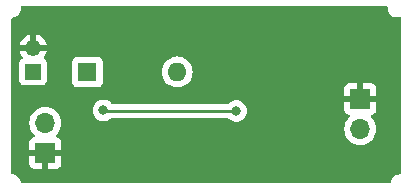
<source format=gbl>
%TF.GenerationSoftware,KiCad,Pcbnew,8.0.1*%
%TF.CreationDate,2024-04-05T16:28:00+11:00*%
%TF.ProjectId,Tiny Solar Supply,54696e79-2053-46f6-9c61-722053757070,rev?*%
%TF.SameCoordinates,Original*%
%TF.FileFunction,Copper,L2,Bot*%
%TF.FilePolarity,Positive*%
%FSLAX46Y46*%
G04 Gerber Fmt 4.6, Leading zero omitted, Abs format (unit mm)*
G04 Created by KiCad (PCBNEW 8.0.1) date 2024-04-05 16:28:00*
%MOMM*%
%LPD*%
G01*
G04 APERTURE LIST*
%TA.AperFunction,ComponentPad*%
%ADD10R,1.700000X1.700000*%
%TD*%
%TA.AperFunction,ComponentPad*%
%ADD11O,1.700000X1.700000*%
%TD*%
%TA.AperFunction,ComponentPad*%
%ADD12R,1.350000X1.350000*%
%TD*%
%TA.AperFunction,ComponentPad*%
%ADD13O,1.350000X1.350000*%
%TD*%
%TA.AperFunction,ComponentPad*%
%ADD14R,1.600000X1.600000*%
%TD*%
%TA.AperFunction,ComponentPad*%
%ADD15O,1.600000X1.600000*%
%TD*%
%TA.AperFunction,ViaPad*%
%ADD16C,0.800000*%
%TD*%
%TA.AperFunction,Conductor*%
%ADD17C,0.250000*%
%TD*%
G04 APERTURE END LIST*
D10*
%TO.P,J2,1,Pin_1*%
%TO.N,GNDD*%
X150876000Y-123952000D03*
D11*
%TO.P,J2,2,Pin_2*%
%TO.N,/BAT_P*%
X150876000Y-121412000D03*
%TD*%
D12*
%TO.P,J4,1,Pin_1*%
%TO.N,/SOLAR_P*%
X149860000Y-117062000D03*
D13*
%TO.P,J4,2,Pin_2*%
%TO.N,GNDD*%
X149860000Y-115062000D03*
%TD*%
D10*
%TO.P,J1,1,Pin_1*%
%TO.N,GNDD*%
X177546000Y-119380000D03*
D11*
%TO.P,J1,2,Pin_2*%
%TO.N,/OUT_P*%
X177546000Y-121920000D03*
%TD*%
D14*
%TO.P,J3,1,Pin_1*%
%TO.N,Net-(J3-Pin_1)*%
X154432000Y-117094000D03*
D15*
%TO.P,J3,2,Pin_2*%
%TO.N,/BAT_P*%
X162052000Y-117094000D03*
%TD*%
D16*
%TO.N,Net-(J3-Pin_1)*%
X167050000Y-120400000D03*
X155800000Y-120350000D03*
%TO.N,GNDD*%
X161650000Y-121900000D03*
X156200000Y-123150000D03*
X167300000Y-118550000D03*
X174400000Y-122850000D03*
X157500000Y-125850000D03*
%TD*%
D17*
%TO.N,Net-(J3-Pin_1)*%
X155850000Y-120400000D02*
X155800000Y-120350000D01*
X167050000Y-120400000D02*
X155850000Y-120400000D01*
%TD*%
%TA.AperFunction,Conductor*%
%TO.N,GNDD*%
G36*
X179831226Y-111519685D02*
G01*
X179876981Y-111572489D01*
X179887348Y-111638394D01*
X179882917Y-111676310D01*
X179873135Y-111759999D01*
X179892566Y-111926244D01*
X179892567Y-111926247D01*
X179949810Y-112083522D01*
X179949812Y-112083526D01*
X180041782Y-112223360D01*
X180041783Y-112223361D01*
X180041784Y-112223362D01*
X180041785Y-112223363D01*
X180163529Y-112338223D01*
X180308480Y-112421910D01*
X180468823Y-112469914D01*
X180580217Y-112476402D01*
X180635913Y-112479646D01*
X180635913Y-112479645D01*
X180635915Y-112479646D01*
X180800747Y-112450582D01*
X180826888Y-112439305D01*
X180896240Y-112430828D01*
X180959167Y-112461191D01*
X180995690Y-112520755D01*
X181000000Y-112553165D01*
X181000000Y-125648954D01*
X180980315Y-125715993D01*
X180927511Y-125761748D01*
X180883210Y-125772744D01*
X180722827Y-125782085D01*
X180722822Y-125782086D01*
X180562479Y-125830090D01*
X180417531Y-125913776D01*
X180417525Y-125913780D01*
X180295783Y-126028638D01*
X180295782Y-126028639D01*
X180203812Y-126168473D01*
X180203810Y-126168477D01*
X180146567Y-126325752D01*
X180146564Y-126325763D01*
X180139010Y-126390396D01*
X180111676Y-126454697D01*
X180053917Y-126494012D01*
X180015849Y-126500000D01*
X148917768Y-126500000D01*
X148850729Y-126480315D01*
X148804974Y-126427511D01*
X148797110Y-126404596D01*
X148793745Y-126390396D01*
X148759392Y-126245449D01*
X148684274Y-126095878D01*
X148576688Y-125967661D01*
X148504308Y-125913776D01*
X148442434Y-125867712D01*
X148391204Y-125845614D01*
X148288747Y-125801418D01*
X148288743Y-125801417D01*
X148288740Y-125801416D01*
X148123915Y-125772354D01*
X148116781Y-125771938D01*
X148051001Y-125748383D01*
X148008398Y-125693005D01*
X148000000Y-125648148D01*
X148000000Y-121412000D01*
X149520341Y-121412000D01*
X149540936Y-121647403D01*
X149540938Y-121647413D01*
X149602094Y-121875655D01*
X149602096Y-121875659D01*
X149602097Y-121875663D01*
X149622772Y-121920000D01*
X149701965Y-122089830D01*
X149701967Y-122089834D01*
X149810281Y-122244521D01*
X149837501Y-122283396D01*
X149837506Y-122283402D01*
X149959818Y-122405714D01*
X149993303Y-122467037D01*
X149988319Y-122536729D01*
X149946447Y-122592662D01*
X149915471Y-122609577D01*
X149783912Y-122658646D01*
X149783906Y-122658649D01*
X149668812Y-122744809D01*
X149668809Y-122744812D01*
X149582649Y-122859906D01*
X149582645Y-122859913D01*
X149532403Y-122994620D01*
X149532401Y-122994627D01*
X149526000Y-123054155D01*
X149526000Y-123702000D01*
X150442988Y-123702000D01*
X150410075Y-123759007D01*
X150376000Y-123886174D01*
X150376000Y-124017826D01*
X150410075Y-124144993D01*
X150442988Y-124202000D01*
X149526000Y-124202000D01*
X149526000Y-124849844D01*
X149532401Y-124909372D01*
X149532403Y-124909379D01*
X149582645Y-125044086D01*
X149582649Y-125044093D01*
X149668809Y-125159187D01*
X149668812Y-125159190D01*
X149783906Y-125245350D01*
X149783913Y-125245354D01*
X149918620Y-125295596D01*
X149918627Y-125295598D01*
X149978155Y-125301999D01*
X149978172Y-125302000D01*
X150626000Y-125302000D01*
X150626000Y-124385012D01*
X150683007Y-124417925D01*
X150810174Y-124452000D01*
X150941826Y-124452000D01*
X151068993Y-124417925D01*
X151126000Y-124385012D01*
X151126000Y-125302000D01*
X151773828Y-125302000D01*
X151773844Y-125301999D01*
X151833372Y-125295598D01*
X151833379Y-125295596D01*
X151968086Y-125245354D01*
X151968093Y-125245350D01*
X152083187Y-125159190D01*
X152083190Y-125159187D01*
X152169350Y-125044093D01*
X152169354Y-125044086D01*
X152219596Y-124909379D01*
X152219598Y-124909372D01*
X152225999Y-124849844D01*
X152226000Y-124849827D01*
X152226000Y-124202000D01*
X151309012Y-124202000D01*
X151341925Y-124144993D01*
X151376000Y-124017826D01*
X151376000Y-123886174D01*
X151341925Y-123759007D01*
X151309012Y-123702000D01*
X152226000Y-123702000D01*
X152226000Y-123054172D01*
X152225999Y-123054155D01*
X152219598Y-122994627D01*
X152219596Y-122994620D01*
X152169354Y-122859913D01*
X152169350Y-122859906D01*
X152083190Y-122744812D01*
X152083187Y-122744809D01*
X151968093Y-122658649D01*
X151968088Y-122658646D01*
X151836528Y-122609577D01*
X151780595Y-122567705D01*
X151756178Y-122502241D01*
X151771030Y-122433968D01*
X151792175Y-122405720D01*
X151914495Y-122283401D01*
X152050035Y-122089830D01*
X152129228Y-121920000D01*
X176190341Y-121920000D01*
X176210936Y-122155403D01*
X176210938Y-122155413D01*
X176272094Y-122383655D01*
X176272096Y-122383659D01*
X176272097Y-122383663D01*
X176366465Y-122586035D01*
X176371965Y-122597830D01*
X176371967Y-122597834D01*
X176433634Y-122685903D01*
X176507505Y-122791401D01*
X176674599Y-122958495D01*
X176726191Y-122994620D01*
X176868165Y-123094032D01*
X176868167Y-123094033D01*
X176868170Y-123094035D01*
X177082337Y-123193903D01*
X177310592Y-123255063D01*
X177498918Y-123271539D01*
X177545999Y-123275659D01*
X177546000Y-123275659D01*
X177546001Y-123275659D01*
X177585234Y-123272226D01*
X177781408Y-123255063D01*
X178009663Y-123193903D01*
X178223830Y-123094035D01*
X178417401Y-122958495D01*
X178584495Y-122791401D01*
X178720035Y-122597830D01*
X178819903Y-122383663D01*
X178881063Y-122155408D01*
X178901659Y-121920000D01*
X178881063Y-121684592D01*
X178819903Y-121456337D01*
X178720035Y-121242171D01*
X178698308Y-121211142D01*
X178584496Y-121048600D01*
X178558784Y-121022888D01*
X178462179Y-120926283D01*
X178428696Y-120864963D01*
X178433680Y-120795271D01*
X178475551Y-120739337D01*
X178506529Y-120722422D01*
X178638086Y-120673354D01*
X178638093Y-120673350D01*
X178753187Y-120587190D01*
X178753190Y-120587187D01*
X178839350Y-120472093D01*
X178839354Y-120472086D01*
X178889596Y-120337379D01*
X178889598Y-120337372D01*
X178895999Y-120277844D01*
X178896000Y-120277827D01*
X178896000Y-119630000D01*
X177979012Y-119630000D01*
X178011925Y-119572993D01*
X178046000Y-119445826D01*
X178046000Y-119314174D01*
X178011925Y-119187007D01*
X177979012Y-119130000D01*
X178896000Y-119130000D01*
X178896000Y-118482172D01*
X178895999Y-118482155D01*
X178889598Y-118422627D01*
X178889596Y-118422620D01*
X178839354Y-118287913D01*
X178839350Y-118287906D01*
X178753190Y-118172812D01*
X178753187Y-118172809D01*
X178638093Y-118086649D01*
X178638086Y-118086645D01*
X178503379Y-118036403D01*
X178503372Y-118036401D01*
X178443844Y-118030000D01*
X177796000Y-118030000D01*
X177796000Y-118946988D01*
X177738993Y-118914075D01*
X177611826Y-118880000D01*
X177480174Y-118880000D01*
X177353007Y-118914075D01*
X177296000Y-118946988D01*
X177296000Y-118030000D01*
X176648155Y-118030000D01*
X176588627Y-118036401D01*
X176588620Y-118036403D01*
X176453913Y-118086645D01*
X176453906Y-118086649D01*
X176338812Y-118172809D01*
X176338809Y-118172812D01*
X176252649Y-118287906D01*
X176252645Y-118287913D01*
X176202403Y-118422620D01*
X176202401Y-118422627D01*
X176196000Y-118482155D01*
X176196000Y-119130000D01*
X177112988Y-119130000D01*
X177080075Y-119187007D01*
X177046000Y-119314174D01*
X177046000Y-119445826D01*
X177080075Y-119572993D01*
X177112988Y-119630000D01*
X176196000Y-119630000D01*
X176196000Y-120277844D01*
X176202401Y-120337372D01*
X176202403Y-120337379D01*
X176252645Y-120472086D01*
X176252649Y-120472093D01*
X176338809Y-120587187D01*
X176338812Y-120587190D01*
X176453906Y-120673350D01*
X176453913Y-120673354D01*
X176585470Y-120722421D01*
X176641403Y-120764292D01*
X176665821Y-120829756D01*
X176650970Y-120898029D01*
X176629819Y-120926284D01*
X176507503Y-121048600D01*
X176371965Y-121242169D01*
X176371964Y-121242171D01*
X176272098Y-121456335D01*
X176272094Y-121456344D01*
X176210938Y-121684586D01*
X176210936Y-121684596D01*
X176190341Y-121919999D01*
X176190341Y-121920000D01*
X152129228Y-121920000D01*
X152149903Y-121875663D01*
X152211063Y-121647408D01*
X152231659Y-121412000D01*
X152211063Y-121176592D01*
X152149903Y-120948337D01*
X152050035Y-120734171D01*
X152041809Y-120722422D01*
X151914494Y-120540597D01*
X151747402Y-120373506D01*
X151747395Y-120373501D01*
X151713832Y-120350000D01*
X154894540Y-120350000D01*
X154914326Y-120538256D01*
X154914327Y-120538259D01*
X154972818Y-120718277D01*
X154972821Y-120718284D01*
X155067467Y-120882216D01*
X155194129Y-121022888D01*
X155347265Y-121134148D01*
X155347270Y-121134151D01*
X155520192Y-121211142D01*
X155520197Y-121211144D01*
X155705354Y-121250500D01*
X155705355Y-121250500D01*
X155894644Y-121250500D01*
X155894646Y-121250500D01*
X156079803Y-121211144D01*
X156252730Y-121134151D01*
X156272493Y-121119792D01*
X156369681Y-121049182D01*
X156435487Y-121025702D01*
X156442566Y-121025500D01*
X166346252Y-121025500D01*
X166413291Y-121045185D01*
X166438400Y-121066526D01*
X166444126Y-121072885D01*
X166444130Y-121072889D01*
X166597265Y-121184148D01*
X166597270Y-121184151D01*
X166770192Y-121261142D01*
X166770197Y-121261144D01*
X166955354Y-121300500D01*
X166955355Y-121300500D01*
X167144644Y-121300500D01*
X167144646Y-121300500D01*
X167329803Y-121261144D01*
X167502730Y-121184151D01*
X167655871Y-121072888D01*
X167782533Y-120932216D01*
X167877179Y-120768284D01*
X167935674Y-120588256D01*
X167955460Y-120400000D01*
X167935674Y-120211744D01*
X167877179Y-120031716D01*
X167782533Y-119867784D01*
X167655871Y-119727112D01*
X167655870Y-119727111D01*
X167502734Y-119615851D01*
X167502729Y-119615848D01*
X167329807Y-119538857D01*
X167329802Y-119538855D01*
X167184001Y-119507865D01*
X167144646Y-119499500D01*
X166955354Y-119499500D01*
X166922897Y-119506398D01*
X166770197Y-119538855D01*
X166770192Y-119538857D01*
X166597270Y-119615848D01*
X166597265Y-119615851D01*
X166444130Y-119727110D01*
X166444126Y-119727114D01*
X166438400Y-119733474D01*
X166378913Y-119770121D01*
X166346252Y-119774500D01*
X156548768Y-119774500D01*
X156481729Y-119754815D01*
X156456618Y-119733472D01*
X156450891Y-119727112D01*
X156405871Y-119677112D01*
X156405870Y-119677111D01*
X156405864Y-119677106D01*
X156252734Y-119565851D01*
X156252729Y-119565848D01*
X156079807Y-119488857D01*
X156079802Y-119488855D01*
X155934001Y-119457865D01*
X155894646Y-119449500D01*
X155705354Y-119449500D01*
X155672897Y-119456398D01*
X155520197Y-119488855D01*
X155520192Y-119488857D01*
X155347270Y-119565848D01*
X155347265Y-119565851D01*
X155194129Y-119677111D01*
X155067466Y-119817785D01*
X154972821Y-119981715D01*
X154972818Y-119981722D01*
X154941881Y-120076938D01*
X154914326Y-120161744D01*
X154894540Y-120350000D01*
X151713832Y-120350000D01*
X151553834Y-120237967D01*
X151553830Y-120237965D01*
X151497590Y-120211740D01*
X151339663Y-120138097D01*
X151339659Y-120138096D01*
X151339655Y-120138094D01*
X151111413Y-120076938D01*
X151111403Y-120076936D01*
X150876001Y-120056341D01*
X150875999Y-120056341D01*
X150640596Y-120076936D01*
X150640586Y-120076938D01*
X150412344Y-120138094D01*
X150412335Y-120138098D01*
X150198171Y-120237964D01*
X150198169Y-120237965D01*
X150004597Y-120373505D01*
X149837505Y-120540597D01*
X149701965Y-120734169D01*
X149701964Y-120734171D01*
X149602098Y-120948335D01*
X149602094Y-120948344D01*
X149540938Y-121176586D01*
X149540936Y-121176596D01*
X149520341Y-121411999D01*
X149520341Y-121412000D01*
X148000000Y-121412000D01*
X148000000Y-117784870D01*
X148684500Y-117784870D01*
X148684501Y-117784876D01*
X148690908Y-117844483D01*
X148741202Y-117979328D01*
X148741206Y-117979335D01*
X148827452Y-118094544D01*
X148827455Y-118094547D01*
X148942664Y-118180793D01*
X148942671Y-118180797D01*
X149077517Y-118231091D01*
X149077516Y-118231091D01*
X149084444Y-118231835D01*
X149137127Y-118237500D01*
X150582872Y-118237499D01*
X150642483Y-118231091D01*
X150777331Y-118180796D01*
X150892546Y-118094546D01*
X150978796Y-117979331D01*
X150992768Y-117941870D01*
X153131500Y-117941870D01*
X153131501Y-117941876D01*
X153137908Y-118001483D01*
X153188202Y-118136328D01*
X153188206Y-118136335D01*
X153274452Y-118251544D01*
X153274455Y-118251547D01*
X153389664Y-118337793D01*
X153389671Y-118337797D01*
X153524517Y-118388091D01*
X153524516Y-118388091D01*
X153531444Y-118388835D01*
X153584127Y-118394500D01*
X155279872Y-118394499D01*
X155339483Y-118388091D01*
X155474331Y-118337796D01*
X155589546Y-118251546D01*
X155675796Y-118136331D01*
X155726091Y-118001483D01*
X155732500Y-117941873D01*
X155732500Y-117094001D01*
X160746532Y-117094001D01*
X160766364Y-117320686D01*
X160766366Y-117320697D01*
X160825258Y-117540488D01*
X160825261Y-117540497D01*
X160921431Y-117746732D01*
X160921432Y-117746734D01*
X161051954Y-117933141D01*
X161212858Y-118094045D01*
X161212861Y-118094047D01*
X161399266Y-118224568D01*
X161605504Y-118320739D01*
X161825308Y-118379635D01*
X161987230Y-118393801D01*
X162051998Y-118399468D01*
X162052000Y-118399468D01*
X162052002Y-118399468D01*
X162108807Y-118394498D01*
X162278692Y-118379635D01*
X162498496Y-118320739D01*
X162704734Y-118224568D01*
X162891139Y-118094047D01*
X163052047Y-117933139D01*
X163182568Y-117746734D01*
X163278739Y-117540496D01*
X163337635Y-117320692D01*
X163357468Y-117094000D01*
X163337635Y-116867308D01*
X163278739Y-116647504D01*
X163182568Y-116441266D01*
X163069311Y-116279517D01*
X163052045Y-116254858D01*
X162891141Y-116093954D01*
X162704734Y-115963432D01*
X162704732Y-115963431D01*
X162498497Y-115867261D01*
X162498488Y-115867258D01*
X162278697Y-115808366D01*
X162278693Y-115808365D01*
X162278692Y-115808365D01*
X162278691Y-115808364D01*
X162278686Y-115808364D01*
X162052002Y-115788532D01*
X162051998Y-115788532D01*
X161825313Y-115808364D01*
X161825302Y-115808366D01*
X161605511Y-115867258D01*
X161605502Y-115867261D01*
X161399267Y-115963431D01*
X161399265Y-115963432D01*
X161212858Y-116093954D01*
X161051954Y-116254858D01*
X160921432Y-116441265D01*
X160921431Y-116441267D01*
X160825261Y-116647502D01*
X160825258Y-116647511D01*
X160766366Y-116867302D01*
X160766364Y-116867313D01*
X160746532Y-117093998D01*
X160746532Y-117094001D01*
X155732500Y-117094001D01*
X155732499Y-116246128D01*
X155726091Y-116186517D01*
X155710483Y-116144671D01*
X155675797Y-116051671D01*
X155675793Y-116051664D01*
X155589547Y-115936455D01*
X155589544Y-115936452D01*
X155474335Y-115850206D01*
X155474328Y-115850202D01*
X155339482Y-115799908D01*
X155339483Y-115799908D01*
X155279883Y-115793501D01*
X155279881Y-115793500D01*
X155279873Y-115793500D01*
X155279864Y-115793500D01*
X153584129Y-115793500D01*
X153584123Y-115793501D01*
X153524516Y-115799908D01*
X153389671Y-115850202D01*
X153389664Y-115850206D01*
X153274455Y-115936452D01*
X153274452Y-115936455D01*
X153188206Y-116051664D01*
X153188202Y-116051671D01*
X153137908Y-116186517D01*
X153131501Y-116246116D01*
X153131501Y-116246123D01*
X153131500Y-116246135D01*
X153131500Y-117941870D01*
X150992768Y-117941870D01*
X151029091Y-117844483D01*
X151035500Y-117784873D01*
X151035499Y-116339128D01*
X151029091Y-116279517D01*
X151016640Y-116246135D01*
X150978797Y-116144671D01*
X150978793Y-116144664D01*
X150892547Y-116029455D01*
X150806494Y-115965035D01*
X150764624Y-115909101D01*
X150759640Y-115839409D01*
X150781852Y-115791042D01*
X150863284Y-115683208D01*
X150960348Y-115488280D01*
X151010505Y-115312000D01*
X150175686Y-115312000D01*
X150180080Y-115307606D01*
X150232741Y-115216394D01*
X150260000Y-115114661D01*
X150260000Y-115009339D01*
X150232741Y-114907606D01*
X150180080Y-114816394D01*
X150175686Y-114812000D01*
X151010505Y-114812000D01*
X151010505Y-114811999D01*
X150960348Y-114635719D01*
X150863284Y-114440791D01*
X150732054Y-114267014D01*
X150571131Y-114120314D01*
X150385987Y-114005677D01*
X150385985Y-114005676D01*
X150182931Y-113927013D01*
X150182921Y-113927010D01*
X150110001Y-113913378D01*
X150110000Y-113913379D01*
X150110000Y-114746314D01*
X150105606Y-114741920D01*
X150014394Y-114689259D01*
X149912661Y-114662000D01*
X149807339Y-114662000D01*
X149705606Y-114689259D01*
X149614394Y-114741920D01*
X149610000Y-114746314D01*
X149610000Y-113913379D01*
X149609998Y-113913378D01*
X149537078Y-113927010D01*
X149537068Y-113927013D01*
X149334014Y-114005676D01*
X149334012Y-114005677D01*
X149148869Y-114120314D01*
X149148868Y-114120314D01*
X148987945Y-114267014D01*
X148856715Y-114440791D01*
X148759651Y-114635719D01*
X148709494Y-114811999D01*
X148709495Y-114812000D01*
X149544314Y-114812000D01*
X149539920Y-114816394D01*
X149487259Y-114907606D01*
X149460000Y-115009339D01*
X149460000Y-115114661D01*
X149487259Y-115216394D01*
X149539920Y-115307606D01*
X149544314Y-115312000D01*
X148709495Y-115312000D01*
X148759651Y-115488280D01*
X148856715Y-115683208D01*
X148938147Y-115791042D01*
X148962839Y-115856404D01*
X148948274Y-115924738D01*
X148913505Y-115965035D01*
X148827452Y-116029455D01*
X148741206Y-116144664D01*
X148741202Y-116144671D01*
X148690908Y-116279517D01*
X148684501Y-116339116D01*
X148684501Y-116339123D01*
X148684500Y-116339135D01*
X148684500Y-117784870D01*
X148000000Y-117784870D01*
X148000000Y-112603850D01*
X148019685Y-112536811D01*
X148072489Y-112491056D01*
X148116798Y-112480059D01*
X148123901Y-112479645D01*
X148123915Y-112479646D01*
X148288747Y-112450582D01*
X148442433Y-112384288D01*
X148576688Y-112284339D01*
X148684274Y-112156122D01*
X148759392Y-112006551D01*
X148797991Y-111843687D01*
X148800420Y-111760000D01*
X148797991Y-111676313D01*
X148792370Y-111652596D01*
X148796063Y-111582826D01*
X148836891Y-111526126D01*
X148901892Y-111500501D01*
X148913027Y-111500000D01*
X179764187Y-111500000D01*
X179831226Y-111519685D01*
G37*
%TD.AperFunction*%
%TD*%
M02*

</source>
